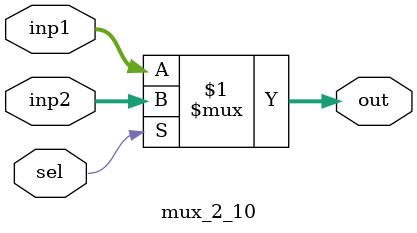
<source format=sv>
`timescale 1ns/1ns
module mux_2_10(input [9:0] inp1, inp2, input sel, output [9:0] out);
  assign out = sel ? inp2 : inp1;
endmodule
</source>
